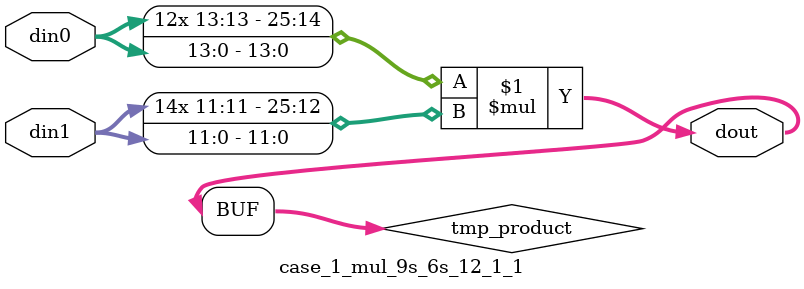
<source format=v>

`timescale 1 ns / 1 ps

 module case_1_mul_9s_6s_12_1_1(din0, din1, dout);
parameter ID = 1;
parameter NUM_STAGE = 0;
parameter din0_WIDTH = 14;
parameter din1_WIDTH = 12;
parameter dout_WIDTH = 26;

input [din0_WIDTH - 1 : 0] din0; 
input [din1_WIDTH - 1 : 0] din1; 
output [dout_WIDTH - 1 : 0] dout;

wire signed [dout_WIDTH - 1 : 0] tmp_product;



























assign tmp_product = $signed(din0) * $signed(din1);








assign dout = tmp_product;





















endmodule

</source>
